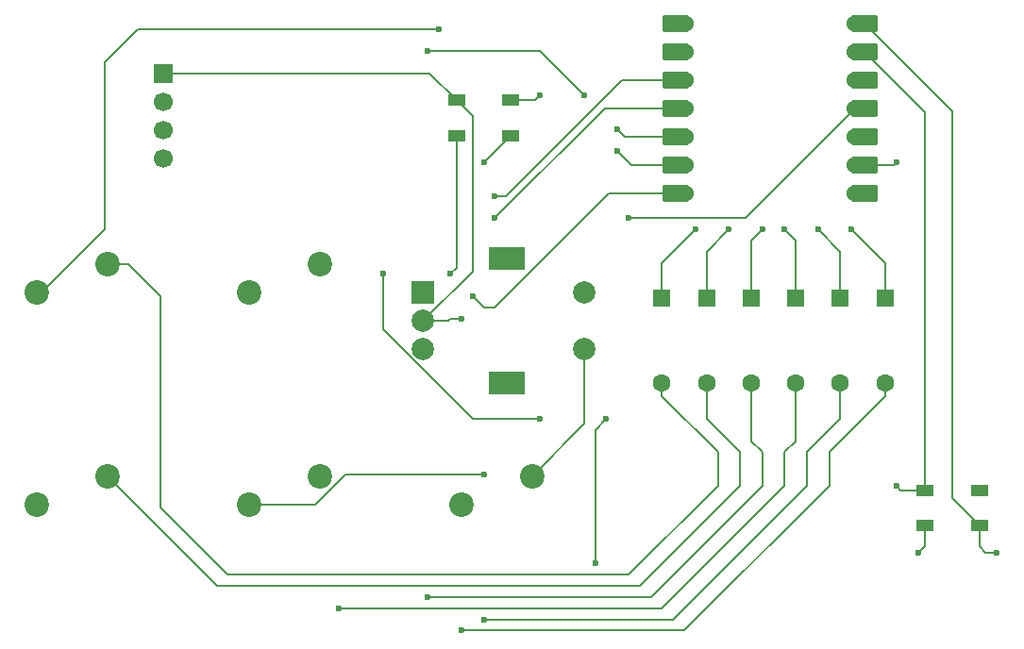
<source format=gbr>
%TF.GenerationSoftware,KiCad,Pcbnew,9.0.7*%
%TF.CreationDate,2026-01-11T22:49:09+06:00*%
%TF.ProjectId,pcb,7063622e-6b69-4636-9164-5f7063625858,rev?*%
%TF.SameCoordinates,Original*%
%TF.FileFunction,Copper,L1,Top*%
%TF.FilePolarity,Positive*%
%FSLAX46Y46*%
G04 Gerber Fmt 4.6, Leading zero omitted, Abs format (unit mm)*
G04 Created by KiCad (PCBNEW 9.0.7) date 2026-01-11 22:49:09*
%MOMM*%
%LPD*%
G01*
G04 APERTURE LIST*
G04 Aperture macros list*
%AMRoundRect*
0 Rectangle with rounded corners*
0 $1 Rounding radius*
0 $2 $3 $4 $5 $6 $7 $8 $9 X,Y pos of 4 corners*
0 Add a 4 corners polygon primitive as box body*
4,1,4,$2,$3,$4,$5,$6,$7,$8,$9,$2,$3,0*
0 Add four circle primitives for the rounded corners*
1,1,$1+$1,$2,$3*
1,1,$1+$1,$4,$5*
1,1,$1+$1,$6,$7*
1,1,$1+$1,$8,$9*
0 Add four rect primitives between the rounded corners*
20,1,$1+$1,$2,$3,$4,$5,0*
20,1,$1+$1,$4,$5,$6,$7,0*
20,1,$1+$1,$6,$7,$8,$9,0*
20,1,$1+$1,$8,$9,$2,$3,0*%
G04 Aperture macros list end*
%TA.AperFunction,ComponentPad*%
%ADD10RoundRect,0.250000X-0.550000X0.550000X-0.550000X-0.550000X0.550000X-0.550000X0.550000X0.550000X0*%
%TD*%
%TA.AperFunction,ComponentPad*%
%ADD11C,1.600000*%
%TD*%
%TA.AperFunction,ComponentPad*%
%ADD12C,2.200000*%
%TD*%
%TA.AperFunction,SMDPad,CuDef*%
%ADD13RoundRect,0.152400X1.063600X0.609600X-1.063600X0.609600X-1.063600X-0.609600X1.063600X-0.609600X0*%
%TD*%
%TA.AperFunction,ComponentPad*%
%ADD14C,1.524000*%
%TD*%
%TA.AperFunction,SMDPad,CuDef*%
%ADD15RoundRect,0.152400X-1.063600X-0.609600X1.063600X-0.609600X1.063600X0.609600X-1.063600X0.609600X0*%
%TD*%
%TA.AperFunction,SMDPad,CuDef*%
%ADD16R,1.500000X1.000000*%
%TD*%
%TA.AperFunction,ComponentPad*%
%ADD17R,2.000000X2.000000*%
%TD*%
%TA.AperFunction,ComponentPad*%
%ADD18C,2.000000*%
%TD*%
%TA.AperFunction,ComponentPad*%
%ADD19R,3.200000X2.000000*%
%TD*%
%TA.AperFunction,ComponentPad*%
%ADD20R,1.700000X1.700000*%
%TD*%
%TA.AperFunction,ComponentPad*%
%ADD21C,1.700000*%
%TD*%
%TA.AperFunction,ViaPad*%
%ADD22C,0.600000*%
%TD*%
%TA.AperFunction,Conductor*%
%ADD23C,0.200000*%
%TD*%
G04 APERTURE END LIST*
D10*
%TO.P,D7,1,K*%
%TO.N,row 1*%
X173000000Y-74190000D03*
D11*
%TO.P,D7,2,A*%
%TO.N,Net-(D7-A)*%
X173000000Y-81810000D03*
%TD*%
D12*
%TO.P,SW4,1,1*%
%TO.N,Net-(D6-A)*%
X126296250Y-90170000D03*
%TO.P,SW4,2,2*%
%TO.N,col 1*%
X119946250Y-92710000D03*
%TD*%
%TO.P,SW1,1,1*%
%TO.N,Net-(D3-A)*%
X107246250Y-71120000D03*
%TO.P,SW1,2,2*%
%TO.N,col 0*%
X100896250Y-73660000D03*
%TD*%
D10*
%TO.P,D5,1,K*%
%TO.N,row 0*%
X165000000Y-74190000D03*
D11*
%TO.P,D5,2,A*%
%TO.N,Net-(D5-A)*%
X165000000Y-81810000D03*
%TD*%
D10*
%TO.P,D4,1,K*%
%TO.N,row 1*%
X161000000Y-74190000D03*
D11*
%TO.P,D4,2,A*%
%TO.N,Net-(D4-A)*%
X161000000Y-81810000D03*
%TD*%
D10*
%TO.P,D8,1,K*%
%TO.N,row 0*%
X177000000Y-74190000D03*
D11*
%TO.P,D8,2,A*%
%TO.N,SW2*%
X177000000Y-81810000D03*
%TD*%
D13*
%TO.P,U1,1,GPIO26/ADC0/A0*%
%TO.N,row 0*%
X158232500Y-49530000D03*
D14*
X159067500Y-49530000D03*
D13*
%TO.P,U1,2,GPIO27/ADC1/A1*%
%TO.N,row 1*%
X158232500Y-52070000D03*
D14*
X159067500Y-52070000D03*
D13*
%TO.P,U1,3,GPIO28/ADC2/A2*%
%TO.N,SW6B*%
X158232500Y-54610000D03*
D14*
X159067500Y-54610000D03*
D13*
%TO.P,U1,4,GPIO29/ADC3/A3*%
%TO.N,SW6A*%
X158232500Y-57150000D03*
D14*
X159067500Y-57150000D03*
D13*
%TO.P,U1,5,GPIO6/SDA*%
%TO.N,SDA*%
X158232500Y-59690000D03*
D14*
X159067500Y-59690000D03*
D13*
%TO.P,U1,6,GPIO7/SCL*%
%TO.N,SCL*%
X158232500Y-62230000D03*
D14*
X159067500Y-62230000D03*
D13*
%TO.P,U1,7,GPIO0/TX*%
%TO.N,SK6812*%
X158232500Y-64770000D03*
D14*
X159067500Y-64770000D03*
%TO.P,U1,8,GPIO1/RX*%
%TO.N,unconnected-(U1-GPIO1{slash}RX-Pad8)*%
X174307500Y-64770000D03*
D15*
X175142500Y-64770000D03*
D14*
%TO.P,U1,9,GPIO2/SCK*%
%TO.N,SW1*%
X174307500Y-62230000D03*
D15*
X175142500Y-62230000D03*
D14*
%TO.P,U1,10,GPIO4/MISO*%
%TO.N,col 1*%
X174307500Y-59690000D03*
D15*
X175142500Y-59690000D03*
D14*
%TO.P,U1,11,GPIO3/MOSI*%
%TO.N,col 0*%
X174307500Y-57150000D03*
D15*
X175142500Y-57150000D03*
D14*
%TO.P,U1,12,3V3*%
%TO.N,unconnected-(U1-3V3-Pad12)*%
X174307500Y-54610000D03*
D15*
X175142500Y-54610000D03*
D14*
%TO.P,U1,13,GND*%
%TO.N,GND*%
X174307500Y-52070000D03*
D15*
X175142500Y-52070000D03*
D14*
%TO.P,U1,14,VBUS*%
%TO.N,+5V*%
X174307500Y-49530000D03*
D15*
X175142500Y-49530000D03*
%TD*%
D10*
%TO.P,D6,1,K*%
%TO.N,row 1*%
X169000000Y-74190000D03*
D11*
%TO.P,D6,2,A*%
%TO.N,Net-(D6-A)*%
X169000000Y-81810000D03*
%TD*%
D12*
%TO.P,SW5,1,1*%
%TO.N,SW1*%
X145346250Y-90170000D03*
%TO.P,SW5,2,2*%
%TO.N,Net-(D7-A)*%
X138996250Y-92710000D03*
%TD*%
D10*
%TO.P,D3,1,K*%
%TO.N,row 0*%
X157000000Y-74190000D03*
D11*
%TO.P,D3,2,A*%
%TO.N,Net-(D3-A)*%
X157000000Y-81810000D03*
%TD*%
D16*
%TO.P,D2,1,VSS*%
%TO.N,GND*%
X180550000Y-91400000D03*
%TO.P,D2,2,DIN*%
%TO.N,Net-(D1-DOUT)*%
X180550000Y-94600000D03*
%TO.P,D2,3,VDD*%
%TO.N,+5V*%
X185450000Y-94600000D03*
%TO.P,D2,4,DOUT*%
%TO.N,unconnected-(D2-DOUT-Pad4)*%
X185450000Y-91400000D03*
%TD*%
D17*
%TO.P,SW6,A,A*%
%TO.N,SW6A*%
X135556250Y-73700000D03*
D18*
%TO.P,SW6,B,B*%
%TO.N,SW6B*%
X135556250Y-78700000D03*
%TO.P,SW6,C,C*%
%TO.N,GND*%
X135556250Y-76200000D03*
D19*
%TO.P,SW6,MP*%
%TO.N,N/C*%
X143056250Y-70600000D03*
X143056250Y-81800000D03*
D18*
%TO.P,SW6,S1,S1*%
%TO.N,SW1*%
X150056250Y-78700000D03*
%TO.P,SW6,S2,S2*%
%TO.N,SW2*%
X150056250Y-73700000D03*
%TD*%
D12*
%TO.P,SW3,1,1*%
%TO.N,Net-(D4-A)*%
X107246250Y-90170000D03*
%TO.P,SW3,2,2*%
%TO.N,col 0*%
X100896250Y-92710000D03*
%TD*%
D20*
%TO.P,J1,1,Pin_1*%
%TO.N,GND*%
X112250000Y-54000000D03*
D21*
%TO.P,J1,2,Pin_2*%
%TO.N,+5V*%
X112250000Y-56540000D03*
%TO.P,J1,3,Pin_3*%
%TO.N,SCL*%
X112250000Y-59080000D03*
%TO.P,J1,4,Pin_4*%
%TO.N,SDA*%
X112250000Y-61620000D03*
%TD*%
D12*
%TO.P,SW2,1,1*%
%TO.N,Net-(D5-A)*%
X126296250Y-71120000D03*
%TO.P,SW2,2,2*%
%TO.N,col 1*%
X119946250Y-73660000D03*
%TD*%
D16*
%TO.P,D1,1,VSS*%
%TO.N,GND*%
X138550000Y-56400000D03*
%TO.P,D1,2,DIN*%
%TO.N,SK6812*%
X138550000Y-59600000D03*
%TO.P,D1,3,VDD*%
%TO.N,+5V*%
X143450000Y-59600000D03*
%TO.P,D1,4,DOUT*%
%TO.N,Net-(D1-DOUT)*%
X143450000Y-56400000D03*
%TD*%
D22*
%TO.N,+5V*%
X132000000Y-72000000D03*
X146000000Y-85000000D03*
X187000000Y-97000000D03*
X141000000Y-62000000D03*
%TO.N,SK6812*%
X138000000Y-72000000D03*
X140000000Y-74000000D03*
%TO.N,GND*%
X178000000Y-91000000D03*
X139000000Y-76000000D03*
%TO.N,Net-(D1-DOUT)*%
X180000000Y-97000000D03*
X146000000Y-56000000D03*
%TO.N,row 0*%
X174000000Y-68000000D03*
X166000000Y-68000000D03*
X160000000Y-68000000D03*
%TO.N,row 1*%
X171000000Y-68000000D03*
X168000000Y-68000000D03*
X163000000Y-68000000D03*
%TO.N,Net-(D5-A)*%
X136000000Y-101000000D03*
%TO.N,Net-(D6-A)*%
X128000000Y-102000000D03*
%TO.N,SW2*%
X139000000Y-103975000D03*
%TO.N,SDA*%
X150000000Y-56000000D03*
X153000000Y-59000000D03*
X136000000Y-52000000D03*
%TO.N,SCL*%
X153000000Y-61000000D03*
%TO.N,col 0*%
X137000000Y-50000000D03*
X153999000Y-67000000D03*
%TO.N,col 1*%
X141000000Y-90000000D03*
%TO.N,SW1*%
X178000000Y-62000000D03*
X151000000Y-98000000D03*
X152000000Y-85000000D03*
%TO.N,SW6B*%
X142000000Y-65000000D03*
%TO.N,SW6A*%
X142000000Y-67000000D03*
%TO.N,Net-(D7-A)*%
X141000000Y-103000000D03*
%TD*%
D23*
%TO.N,+5V*%
X132000000Y-72000000D02*
X132000000Y-76983642D01*
X143450000Y-59600000D02*
X143400000Y-59600000D01*
X183000000Y-57387500D02*
X175142500Y-49530000D01*
X186000000Y-97000000D02*
X185450000Y-96450000D01*
X140016358Y-85000000D02*
X146000000Y-85000000D01*
X143400000Y-59600000D02*
X141000000Y-62000000D01*
X185450000Y-94600000D02*
X183000000Y-92150000D01*
X187000000Y-97000000D02*
X186000000Y-97000000D01*
X183000000Y-92150000D02*
X183000000Y-57387500D01*
X185450000Y-96450000D02*
X185450000Y-94600000D01*
X132000000Y-76983642D02*
X140016358Y-85000000D01*
%TO.N,SK6812*%
X158232500Y-64770000D02*
X152230000Y-64770000D01*
X138000000Y-72000000D02*
X138550000Y-71450000D01*
X141000000Y-75000000D02*
X140000000Y-74000000D01*
X138550000Y-71450000D02*
X138550000Y-59600000D01*
X152230000Y-64770000D02*
X142000000Y-75000000D01*
X142000000Y-75000000D02*
X141000000Y-75000000D01*
%TO.N,GND*%
X180550000Y-91400000D02*
X178400000Y-91400000D01*
X140000000Y-71756250D02*
X135556250Y-76200000D01*
X112250000Y-54000000D02*
X136150000Y-54000000D01*
X138550000Y-56400000D02*
X140000000Y-57850000D01*
X180550000Y-57477500D02*
X175142500Y-52070000D01*
X137800000Y-76200000D02*
X135556250Y-76200000D01*
X178400000Y-91400000D02*
X178000000Y-91000000D01*
X138000000Y-76000000D02*
X137800000Y-76200000D01*
X136150000Y-54000000D02*
X138550000Y-56400000D01*
X180550000Y-91400000D02*
X180550000Y-57477500D01*
X139000000Y-76000000D02*
X138000000Y-76000000D01*
X140000000Y-57850000D02*
X140000000Y-71756250D01*
%TO.N,Net-(D1-DOUT)*%
X145600000Y-56400000D02*
X143450000Y-56400000D01*
X180550000Y-94600000D02*
X180550000Y-96450000D01*
X180550000Y-96450000D02*
X180000000Y-97000000D01*
X146000000Y-56000000D02*
X145600000Y-56400000D01*
%TO.N,row 0*%
X165000000Y-69000000D02*
X166000000Y-68000000D01*
X177000000Y-71000000D02*
X174000000Y-68000000D01*
X177000000Y-74190000D02*
X177000000Y-74000000D01*
X157000000Y-71000000D02*
X160000000Y-68000000D01*
X157000000Y-74190000D02*
X157000000Y-71000000D01*
X177000000Y-74000000D02*
X177000000Y-71000000D01*
X165000000Y-74190000D02*
X165000000Y-69000000D01*
%TO.N,Net-(D3-A)*%
X162000000Y-91000000D02*
X154000000Y-99000000D01*
X154000000Y-99000000D02*
X118000000Y-99000000D01*
X112000000Y-74000000D02*
X109120000Y-71120000D01*
X112000000Y-93000000D02*
X112000000Y-74000000D01*
X162000000Y-88000000D02*
X162000000Y-91000000D01*
X157000000Y-83000000D02*
X162000000Y-88000000D01*
X118000000Y-99000000D02*
X112000000Y-93000000D01*
X157000000Y-81810000D02*
X157000000Y-83000000D01*
X109120000Y-71120000D02*
X107246250Y-71120000D01*
%TO.N,Net-(D4-A)*%
X164000000Y-91000000D02*
X164000000Y-88000000D01*
X164000000Y-88000000D02*
X161000000Y-85000000D01*
X161000000Y-85000000D02*
X161000000Y-81810000D01*
X107246250Y-90170000D02*
X117076250Y-100000000D01*
X155000000Y-100000000D02*
X164000000Y-91000000D01*
X117076250Y-100000000D02*
X155000000Y-100000000D01*
%TO.N,row 1*%
X161000000Y-70000000D02*
X163000000Y-68000000D01*
X169000000Y-69000000D02*
X168000000Y-68000000D01*
X161000000Y-74190000D02*
X161000000Y-70000000D01*
X169000000Y-74000000D02*
X169000000Y-69000000D01*
X169000000Y-74190000D02*
X169000000Y-74000000D01*
X173000000Y-70000000D02*
X171000000Y-68000000D01*
X173000000Y-74190000D02*
X173000000Y-70000000D01*
%TO.N,Net-(D5-A)*%
X166000000Y-88000000D02*
X165000000Y-87000000D01*
X136000000Y-101000000D02*
X156000000Y-101000000D01*
X165000000Y-87000000D02*
X165000000Y-81810000D01*
X166000000Y-91000000D02*
X166000000Y-88000000D01*
X156000000Y-101000000D02*
X166000000Y-91000000D01*
%TO.N,Net-(D6-A)*%
X128000000Y-102000000D02*
X157000000Y-102000000D01*
X168000000Y-91000000D02*
X168000000Y-88000000D01*
X169000000Y-87000000D02*
X169000000Y-81810000D01*
X168000000Y-88000000D02*
X169000000Y-87000000D01*
X157000000Y-102000000D02*
X168000000Y-91000000D01*
%TO.N,SW2*%
X139000000Y-103975000D02*
X159025000Y-103975000D01*
X172000000Y-88000000D02*
X177000000Y-83000000D01*
X159025000Y-103975000D02*
X172000000Y-91000000D01*
X177000000Y-83000000D02*
X177000000Y-81810000D01*
X172000000Y-91000000D02*
X172000000Y-88000000D01*
%TO.N,SDA*%
X146000000Y-52000000D02*
X150000000Y-56000000D01*
X153690000Y-59690000D02*
X158232500Y-59690000D01*
X153000000Y-59000000D02*
X153690000Y-59690000D01*
X136000000Y-52000000D02*
X146000000Y-52000000D01*
%TO.N,SCL*%
X153000000Y-61000000D02*
X154230000Y-62230000D01*
X154230000Y-62230000D02*
X159067500Y-62230000D01*
%TO.N,col 0*%
X111000000Y-50000000D02*
X137000000Y-50000000D01*
X107000000Y-53000000D02*
X110000000Y-50000000D01*
X100896250Y-73896250D02*
X101000000Y-74000000D01*
X153999000Y-67000000D02*
X164457500Y-67000000D01*
X100896250Y-73660000D02*
X100896250Y-73896250D01*
X164457500Y-67000000D02*
X174307500Y-57150000D01*
X110000000Y-50000000D02*
X111000000Y-50000000D01*
X101000000Y-74000000D02*
X107000000Y-68000000D01*
X107000000Y-68000000D02*
X107000000Y-53000000D01*
%TO.N,col 1*%
X125857100Y-92710000D02*
X119946250Y-92710000D01*
X141000000Y-90000000D02*
X128567100Y-90000000D01*
X128567100Y-90000000D02*
X125857100Y-92710000D01*
%TO.N,SW1*%
X150056250Y-85460000D02*
X150056250Y-78700000D01*
X178000000Y-62000000D02*
X177770000Y-62230000D01*
X152000000Y-85000000D02*
X151000000Y-86000000D01*
X145346250Y-90170000D02*
X150056250Y-85460000D01*
X151000000Y-86000000D02*
X151000000Y-98000000D01*
X177770000Y-62230000D02*
X175142500Y-62230000D01*
%TO.N,SW6B*%
X143000000Y-65000000D02*
X153390000Y-54610000D01*
X142000000Y-65000000D02*
X143000000Y-65000000D01*
X153390000Y-54610000D02*
X158232500Y-54610000D01*
%TO.N,SW6A*%
X158232500Y-57150000D02*
X151850000Y-57150000D01*
X151850000Y-57150000D02*
X142000000Y-67000000D01*
%TO.N,Net-(D7-A)*%
X141000000Y-103000000D02*
X158000000Y-103000000D01*
X158000000Y-103000000D02*
X170000000Y-91000000D01*
X170000000Y-91000000D02*
X170000000Y-88000000D01*
X170000000Y-88000000D02*
X173000000Y-85000000D01*
X173000000Y-85000000D02*
X173000000Y-81810000D01*
%TD*%
M02*

</source>
